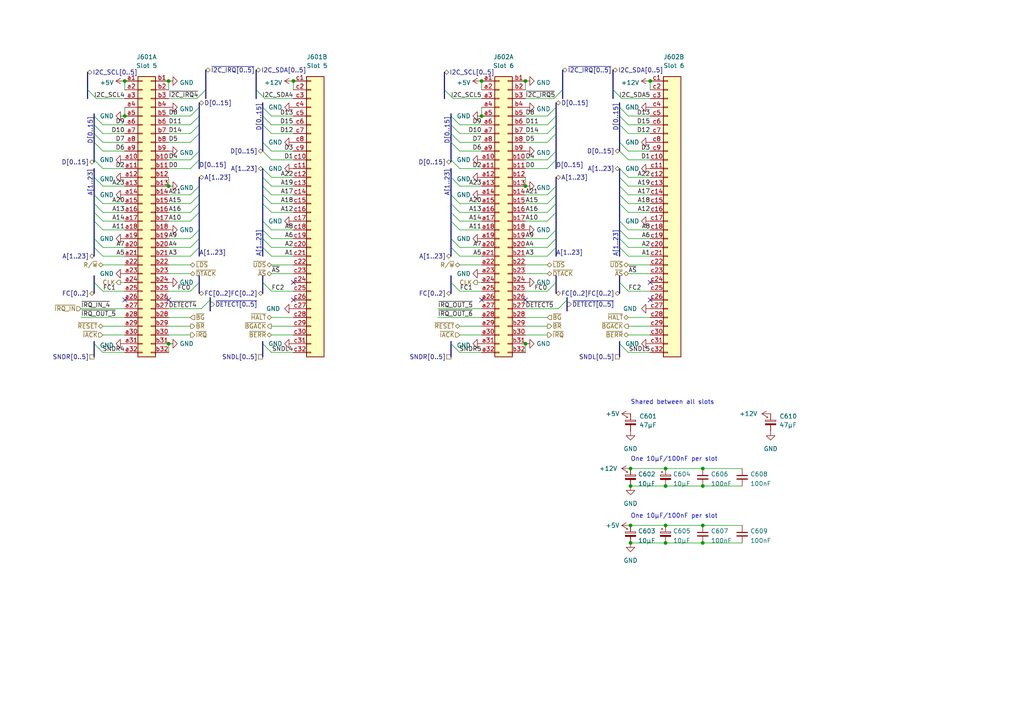
<source format=kicad_sch>
(kicad_sch (version 20211123) (generator eeschema)
  (paper "A4")
  (title_block (title "Backplane") (date "2022-03-01") (rev "2") (company "Tristan Seifert"))
  (lib_symbols
    (symbol "68komputer-common:Conn_03x32_Row_Letter_First" (pin_names (offset 1.016) hide)
      (property "Reference" "J" (at 1.27 40.64 0))
      (property "Value" "Conn_03x32_Row_Letter_First" (at 1.27 -43.18 0))
      (symbol "Conn_03x32_Row_Letter_First_1_1"
        (pin passive line (at -5.08 38.1 0) (length 3.81) (name "Pin_a1") (number "a1"))
        (pin passive line (at -5.08 15.24 0) (length 3.81) (name "Pin_a10") (number "a10"))
        (pin passive line (at -5.08 12.7 0) (length 3.81) (name "Pin_a11") (number "a11"))
        (pin passive line (at -5.08 10.16 0) (length 3.81) (name "Pin_a12") (number "a12"))
        (pin passive line (at -5.08 7.62 0) (length 3.81) (name "Pin_a13") (number "a13"))
        (pin passive line (at -5.08 5.08 0) (length 3.81) (name "Pin_a14") (number "a14"))
        (pin passive line (at -5.08 2.54 0) (length 3.81) (name "Pin_a15") (number "a15"))
        (pin passive line (at -5.08 0 0) (length 3.81) (name "Pin_a16") (number "a16"))
        (pin passive line (at -5.08 -2.54 0) (length 3.81) (name "Pin_a17") (number "a17"))
        (pin passive line (at -5.08 -5.08 0) (length 3.81) (name "Pin_a18") (number "a18"))
        (pin passive line (at -5.08 -7.62 0) (length 3.81) (name "Pin_a19") (number "a19"))
        (pin passive line (at -5.08 35.56 0) (length 3.81) (name "Pin_a2") (number "a2"))
        (pin passive line (at -5.08 -10.16 0) (length 3.81) (name "Pin_a20") (number "a20"))
        (pin passive line (at -5.08 -12.7 0) (length 3.81) (name "Pin_a21") (number "a21"))
        (pin passive line (at -5.08 -15.24 0) (length 3.81) (name "Pin_a22") (number "a22"))
        (pin passive line (at -5.08 -17.78 0) (length 3.81) (name "Pin_a23") (number "a23"))
        (pin passive line (at -5.08 -20.32 0) (length 3.81) (name "Pin_a24") (number "a24"))
        (pin passive line (at -5.08 -22.86 0) (length 3.81) (name "Pin_a25") (number "a25"))
        (pin passive line (at -5.08 -25.4 0) (length 3.81) (name "Pin_a26") (number "a26"))
        (pin passive line (at -5.08 -27.94 0) (length 3.81) (name "Pin_a27") (number "a27"))
        (pin passive line (at -5.08 -30.48 0) (length 3.81) (name "Pin_a28") (number "a28"))
        (pin passive line (at -5.08 -33.02 0) (length 3.81) (name "Pin_a29") (number "a29"))
        (pin passive line (at -5.08 33.02 0) (length 3.81) (name "Pin_a3") (number "a3"))
        (pin passive line (at -5.08 -35.56 0) (length 3.81) (name "Pin_a30") (number "a30"))
        (pin passive line (at -5.08 -38.1 0) (length 3.81) (name "Pin_a31") (number "a31"))
        (pin passive line (at -5.08 -40.64 0) (length 3.81) (name "Pin_a32") (number "a32"))
        (pin passive line (at -5.08 30.48 0) (length 3.81) (name "Pin_a4") (number "a4"))
        (pin passive line (at -5.08 27.94 0) (length 3.81) (name "Pin_a5") (number "a5"))
        (pin passive line (at -5.08 25.4 0) (length 3.81) (name "Pin_a6") (number "a6"))
        (pin passive line (at -5.08 22.86 0) (length 3.81) (name "Pin_a7") (number "a7"))
        (pin passive line (at -5.08 20.32 0) (length 3.81) (name "Pin_a8") (number "a8"))
        (pin passive line (at -5.08 17.78 0) (length 3.81) (name "Pin_a9") (number "a9"))
        (pin passive line (at 7.62 38.1 180) (length 3.81) (name "Pin_b1") (number "b1"))
        (pin passive line (at 7.62 15.24 180) (length 3.81) (name "Pin_b10") (number "b10"))
        (pin passive line (at 7.62 12.7 180) (length 3.81) (name "Pin_b11") (number "b11"))
        (pin passive line (at 7.62 10.16 180) (length 3.81) (name "Pin_b12") (number "b12"))
        (pin passive line (at 7.62 7.62 180) (length 3.81) (name "Pin_b13") (number "b13"))
        (pin passive line (at 7.62 5.08 180) (length 3.81) (name "Pin_b14") (number "b14"))
        (pin passive line (at 7.62 2.54 180) (length 3.81) (name "Pin_b15") (number "b15"))
        (pin passive line (at 7.62 0 180) (length 3.81) (name "Pin_b16") (number "b16"))
        (pin passive line (at 7.62 -2.54 180) (length 3.81) (name "Pin_b17") (number "b17"))
        (pin passive line (at 7.62 -5.08 180) (length 3.81) (name "Pin_b18") (number "b18"))
        (pin passive line (at 7.62 -7.62 180) (length 3.81) (name "Pin_b19") (number "b19"))
        (pin passive line (at 7.62 35.56 180) (length 3.81) (name "Pin_b2") (number "b2"))
        (pin passive line (at 7.62 -10.16 180) (length 3.81) (name "Pin_b20") (number "b20"))
        (pin passive line (at 7.62 -12.7 180) (length 3.81) (name "Pin_b21") (number "b21"))
        (pin passive line (at 7.62 -15.24 180) (length 3.81) (name "Pin_b22") (number "b22"))
        (pin passive line (at 7.62 -17.78 180) (length 3.81) (name "Pin_b23") (number "b23"))
        (pin passive line (at 7.62 -20.32 180) (length 3.81) (name "Pin_b24") (number "b24"))
        (pin passive line (at 7.62 -22.86 180) (length 3.81) (name "Pin_b25") (number "b25"))
        (pin passive line (at 7.62 -25.4 180) (length 3.81) (name "Pin_b26") (number "b26"))
        (pin passive line (at 7.62 -27.94 180) (length 3.81) (name "Pin_b27") (number "b27"))
        (pin passive line (at 7.62 -30.48 180) (length 3.81) (name "Pin_b28") (number "b28"))
        (pin passive line (at 7.62 -33.02 180) (length 3.81) (name "Pin_b29") (number "b29"))
        (pin passive line (at 7.62 33.02 180) (length 3.81) (name "Pin_b3") (number "b3"))
        (pin passive line (at 7.62 -35.56 180) (length 3.81) (name "Pin_b30") (number "b30"))
        (pin passive line (at 7.62 -38.1 180) (length 3.81) (name "Pin_b31") (number "b31"))
        (pin passive line (at 7.62 -40.64 180) (length 3.81) (name "Pin_b32") (number "b32"))
        (pin passive line (at 7.62 30.48 180) (length 3.81) (name "Pin_b4") (number "b4"))
        (pin passive line (at 7.62 27.94 180) (length 3.81) (name "Pin_b5") (number "b5"))
        (pin passive line (at 7.62 25.4 180) (length 3.81) (name "Pin_b6") (number "b6"))
        (pin passive line (at 7.62 22.86 180) (length 3.81) (name "Pin_b7") (number "b7"))
        (pin passive line (at 7.62 20.32 180) (length 3.81) (name "Pin_b8") (number "b8"))
        (pin passive line (at 7.62 17.78 180) (length 3.81) (name "Pin_b9") (number "b9"))
      )
      (symbol "Conn_03x32_Row_Letter_First_2_1"
        (pin passive line (at 7.62 38.1 180) (length 3.81) (name "Pin_c1") (number "c1"))
        (pin passive line (at 7.62 15.24 180) (length 3.81) (name "Pin_c10") (number "c10"))
        (pin passive line (at 7.62 12.7 180) (length 3.81) (name "Pin_c11") (number "c11"))
        (pin passive line (at 7.62 10.16 180) (length 3.81) (name "Pin_c12") (number "c12"))
        (pin passive line (at 7.62 7.62 180) (length 3.81) (name "Pin_c13") (number "c13"))
        (pin passive line (at 7.62 5.08 180) (length 3.81) (name "Pin_c14") (number "c14"))
        (pin passive line (at 7.62 2.54 180) (length 3.81) (name "Pin_c15") (number "c15"))
        (pin passive line (at 7.62 0 180) (length 3.81) (name "Pin_c16") (number "c16"))
        (pin passive line (at 7.62 -2.54 180) (length 3.81) (name "Pin_c17") (number "c17"))
        (pin passive line (at 7.62 -5.08 180) (length 3.81) (name "Pin_c18") (number "c18"))
        (pin passive line (at 7.62 -7.62 180) (length 3.81) (name "Pin_c19") (number "c19"))
        (pin passive line (at 7.62 35.56 180) (length 3.81) (name "Pin_c2") (number "c2"))
        (pin passive line (at 7.62 -10.16 180) (length 3.81) (name "Pin_c20") (number "c20"))
        (pin passive line (at 7.62 -12.7 180) (length 3.81) (name "Pin_c21") (number "c21"))
        (pin passive line (at 7.62 -15.24 180) (length 3.81) (name "Pin_c22") (number "c22"))
        (pin passive line (at 7.62 -17.78 180) (length 3.81) (name "Pin_c23") (number "c23"))
        (pin passive line (at 7.62 -20.32 180) (length 3.81) (name "Pin_c24") (number "c24"))
        (pin passive line (at 7.62 -22.86 180) (length 3.81) (name "Pin_c25") (number "c25"))
        (pin passive line (at 7.62 -25.4 180) (length 3.81) (name "Pin_c26") (number "c26"))
        (pin passive line (at 7.62 -27.94 180) (length 3.81) (name "Pin_c27") (number "c27"))
        (pin passive line (at 7.62 -30.48 180) (length 3.81) (name "Pin_c28") (number "c28"))
        (pin passive line (at 7.62 -33.02 180) (length 3.81) (name "Pin_c29") (number "c29"))
        (pin passive line (at 7.62 33.02 180) (length 3.81) (name "Pin_c3") (number "c3"))
        (pin passive line (at 7.62 -35.56 180) (length 3.81) (name "Pin_c30") (number "c30"))
        (pin passive line (at 7.62 -38.1 180) (length 3.81) (name "Pin_c31") (number "c31"))
        (pin passive line (at 7.62 -40.64 180) (length 3.81) (name "Pin_c32") (number "c32"))
        (pin passive line (at 7.62 30.48 180) (length 3.81) (name "Pin_c4") (number "c4"))
        (pin passive line (at 7.62 27.94 180) (length 3.81) (name "Pin_c5") (number "c5"))
        (pin passive line (at 7.62 25.4 180) (length 3.81) (name "Pin_c6") (number "c6"))
        (pin passive line (at 7.62 22.86 180) (length 3.81) (name "Pin_c7") (number "c7"))
        (pin passive line (at 7.62 20.32 180) (length 3.81) (name "Pin_c8") (number "c8"))
        (pin passive line (at 7.62 17.78 180) (length 3.81) (name "Pin_c9") (number "c9"))
      )
    )
    (symbol "Device:C_Polarized_Small" (pin_numbers hide) (pin_names (offset 0.254) hide)
      (property "Reference" "C" (at 0.254 1.778 0))
      (property "Value" "C_Polarized_Small" (at 0.254 -2.032 0))
      (symbol "C_Polarized_Small_1_1"
        (pin passive line (at 0 2.54 270) (length 1.8542) (name "~") (number "1"))
        (pin passive line (at 0 -2.54 90) (length 1.8542) (name "~") (number "2"))
      )
    )
    (symbol "Device:C_Small" (pin_numbers hide) (pin_names (offset 0.254) hide)
      (property "Reference" "C" (at 0.254 1.778 0))
      (property "Value" "C_Small" (at 0.254 -2.032 0))
      (symbol "C_Small_1_1"
        (pin passive line (at 0 2.54 270) (length 2.032) (name "~") (number "1"))
        (pin passive line (at 0 -2.54 90) (length 2.032) (name "~") (number "2"))
      )
    )
    (symbol "power:+12V" (power) (pin_names (offset 0))
      (property "Value" "+12V" (at 0 3.556 0))
      (symbol "+12V_1_1"
        (pin power_in line (at 0 0 90) (length 0) hide (name "+12V") (number "1"))
      )
    )
    (symbol "power:+5V" (power) (pin_names (offset 0))
      (property "Value" "+5V" (at 0 3.556 0))
      (symbol "+5V_1_1"
        (pin power_in line (at 0 0 90) (length 0) hide (name "+5V") (number "1"))
      )
    )
    (symbol "power:GND" (power) (pin_names (offset 0))
      (property "Value" "GND" (at 0 -3.81 0))
      (symbol "GND_1_1"
        (pin power_in line (at 0 0 270) (length 0) hide (name "GND") (number "1"))
      )
    )
  )
  (junction (at 152.4 23.495))
  (junction (at 193.04 140.97))
  (junction (at 182.88 157.48))
  (junction (at 152.4 53.975))
  (junction (at 48.895 53.975))
  (junction (at 36.195 33.655))
  (junction (at 48.895 99.695))
  (junction (at 193.04 135.89))
  (junction (at 203.835 135.89))
  (junction (at 36.195 23.495))
  (junction (at 139.7 33.655))
  (junction (at 193.04 152.4))
  (junction (at 152.4 99.695))
  (junction (at 85.09 23.495))
  (junction (at 182.88 152.4))
  (junction (at 203.835 157.48))
  (junction (at 203.835 152.4))
  (junction (at 48.895 23.495))
  (junction (at 193.04 157.48))
  (junction (at 188.595 23.495))
  (junction (at 139.7 23.495))
  (junction (at 182.88 135.89))
  (junction (at 203.835 140.97))
  (junction (at 182.88 140.97))
  (no_connect (at 188.595 81.915))
  (no_connect (at 48.895 86.995))
  (no_connect (at 188.595 86.995))
  (no_connect (at 85.09 86.995))
  (no_connect (at 139.7 86.995))
  (no_connect (at 36.195 86.995))
  (no_connect (at 85.09 81.915))
  (no_connect (at 152.4 86.995))
  (bus_entry (at 76.2 36.195) (size 2.54 2.54))
  (bus_entry (at 76.2 66.675) (size 2.54 2.54))
  (bus_entry (at 55.245 56.515) (size 2.54 -2.54))
  (bus_entry (at 27.305 71.755) (size 2.54 2.54))
  (bus_entry (at 163.195 26.035) (size -2.54 2.54))
  (bus_entry (at 179.705 99.695) (size 2.54 2.54))
  (bus_entry (at 27.305 33.655) (size 2.54 2.54))
  (bus_entry (at 179.705 36.195) (size 2.54 2.54))
  (bus_entry (at 179.705 71.755) (size 2.54 2.54))
  (bus_entry (at 76.2 99.695) (size 2.54 2.54))
  (bus_entry (at 158.75 33.655) (size 2.54 -2.54))
  (bus_entry (at 158.75 41.275) (size 2.54 -2.54))
  (bus_entry (at 74.295 26.035) (size 2.54 2.54))
  (bus_entry (at 179.705 81.915) (size 2.54 2.54))
  (bus_entry (at 76.2 71.755) (size 2.54 2.54))
  (bus_entry (at 27.305 46.355) (size 2.54 2.54))
  (bus_entry (at 179.705 69.215) (size 2.54 2.54))
  (bus_entry (at 27.305 59.055) (size 2.54 2.54))
  (bus_entry (at 55.245 36.195) (size 2.54 -2.54))
  (bus_entry (at 179.705 31.115) (size 2.54 2.54))
  (bus_entry (at 179.705 43.815) (size 2.54 2.54))
  (bus_entry (at 76.2 53.975) (size 2.54 2.54))
  (bus_entry (at 76.2 51.435) (size 2.54 2.54))
  (bus_entry (at 76.2 56.515) (size 2.54 2.54))
  (bus_entry (at 59.69 26.035) (size -2.54 2.54))
  (bus_entry (at 27.305 64.135) (size 2.54 2.54))
  (bus_entry (at 158.75 56.515) (size 2.54 -2.54))
  (bus_entry (at 130.81 38.735) (size 2.54 2.54))
  (bus_entry (at 25.4 26.035) (size 2.54 2.54))
  (bus_entry (at 55.245 71.755) (size 2.54 -2.54))
  (bus_entry (at 177.8 26.035) (size 2.54 2.54))
  (bus_entry (at 27.305 36.195) (size 2.54 2.54))
  (bus_entry (at 130.81 36.195) (size 2.54 2.54))
  (bus_entry (at 55.245 64.135) (size 2.54 -2.54))
  (bus_entry (at 27.305 51.435) (size 2.54 2.54))
  (bus_entry (at 158.75 64.135) (size 2.54 -2.54))
  (bus_entry (at 76.2 43.815) (size 2.54 2.54))
  (bus_entry (at 158.75 38.735) (size 2.54 -2.54))
  (bus_entry (at 130.81 41.275) (size 2.54 2.54))
  (bus_entry (at 130.81 71.755) (size 2.54 2.54))
  (bus_entry (at 179.705 56.515) (size 2.54 2.54))
  (bus_entry (at 27.305 38.735) (size 2.54 2.54))
  (bus_entry (at 130.81 59.055) (size 2.54 2.54))
  (bus_entry (at 161.29 81.915) (size -2.54 2.54))
  (bus_entry (at 130.81 61.595) (size 2.54 2.54))
  (bus_entry (at 158.75 36.195) (size 2.54 -2.54))
  (bus_entry (at 55.245 59.055) (size 2.54 -2.54))
  (bus_entry (at 27.305 56.515) (size 2.54 2.54))
  (bus_entry (at 55.245 69.215) (size 2.54 -2.54))
  (bus_entry (at 179.705 59.055) (size 2.54 2.54))
  (bus_entry (at 130.81 51.435) (size 2.54 2.54))
  (bus_entry (at 55.245 33.655) (size 2.54 -2.54))
  (bus_entry (at 179.705 48.895) (size 2.54 2.54))
  (bus_entry (at 27.305 99.695) (size 2.54 2.54))
  (bus_entry (at 179.705 41.275) (size 2.54 2.54))
  (bus_entry (at 76.2 41.275) (size 2.54 2.54))
  (bus_entry (at 27.305 61.595) (size 2.54 2.54))
  (bus_entry (at 76.2 59.055) (size 2.54 2.54))
  (bus_entry (at 76.2 33.655) (size 2.54 2.54))
  (bus_entry (at 76.2 69.215) (size 2.54 2.54))
  (bus_entry (at 130.81 33.655) (size 2.54 2.54))
  (bus_entry (at 55.245 61.595) (size 2.54 -2.54))
  (bus_entry (at 55.245 38.735) (size 2.54 -2.54))
  (bus_entry (at 179.705 64.135) (size 2.54 2.54))
  (bus_entry (at 27.305 41.275) (size 2.54 2.54))
  (bus_entry (at 130.81 69.215) (size 2.54 2.54))
  (bus_entry (at 27.305 69.215) (size 2.54 2.54))
  (bus_entry (at 76.2 64.135) (size 2.54 2.54))
  (bus_entry (at 158.75 46.355) (size 2.54 -2.54))
  (bus_entry (at 55.245 48.895) (size 2.54 -2.54))
  (bus_entry (at 57.785 81.915) (size -2.54 2.54))
  (bus_entry (at 179.705 51.435) (size 2.54 2.54))
  (bus_entry (at 27.305 81.915) (size 2.54 2.54))
  (bus_entry (at 158.75 61.595) (size 2.54 -2.54))
  (bus_entry (at 55.245 41.275) (size 2.54 -2.54))
  (bus_entry (at 130.81 46.355) (size 2.54 2.54))
  (bus_entry (at 130.81 99.695) (size 2.54 2.54))
  (bus_entry (at 164.465 86.995) (size -2.54 2.54))
  (bus_entry (at 60.96 86.995) (size -2.54 2.54))
  (bus_entry (at 130.81 81.915) (size 2.54 2.54))
  (bus_entry (at 76.2 48.895) (size 2.54 2.54))
  (bus_entry (at 76.2 81.915) (size 2.54 2.54))
  (bus_entry (at 158.75 74.295) (size 2.54 -2.54))
  (bus_entry (at 128.905 26.035) (size 2.54 2.54))
  (bus_entry (at 179.705 53.975) (size 2.54 2.54))
  (bus_entry (at 55.245 46.355) (size 2.54 -2.54))
  (bus_entry (at 55.245 74.295) (size 2.54 -2.54))
  (bus_entry (at 130.81 64.135) (size 2.54 2.54))
  (bus_entry (at 130.81 56.515) (size 2.54 2.54))
  (bus_entry (at 76.2 31.115) (size 2.54 2.54))
  (bus_entry (at 158.75 48.895) (size 2.54 -2.54))
  (bus_entry (at 158.75 59.055) (size 2.54 -2.54))
  (bus_entry (at 158.75 71.755) (size 2.54 -2.54))
  (bus_entry (at 179.705 66.675) (size 2.54 2.54))
  (bus_entry (at 158.75 69.215) (size 2.54 -2.54))
  (bus_entry (at 179.705 33.655) (size 2.54 2.54))
  (bus (pts (xy 76.2 59.055) (xy 76.2 64.135)))
  (wire (pts (xy 152.4 71.755) (xy 158.75 71.755)))
  (bus (pts (xy 76.2 99.695) (xy 76.2 103.505)))
  (wire (pts (xy 203.835 140.97) (xy 215.265 140.97)))
  (wire (pts (xy 152.4 41.275) (xy 158.75 41.275)))
  (bus (pts (xy 76.2 48.895) (xy 76.2 51.435)))
  (bus (pts (xy 179.705 33.655) (xy 179.705 36.195)))
  (wire (pts (xy 139.7 94.615) (xy 133.35 94.615)))
  (wire (pts (xy 48.895 48.895) (xy 55.245 48.895)))
  (wire (pts (xy 152.4 74.295) (xy 158.75 74.295)))
  (bus (pts (xy 130.81 59.055) (xy 130.81 61.595)))
  (bus (pts (xy 130.81 41.275) (xy 130.81 46.355)))
  (wire (pts (xy 182.245 71.755) (xy 188.595 71.755)))
  (wire (pts (xy 139.7 31.115) (xy 139.7 33.655)))
  (bus (pts (xy 76.2 56.515) (xy 76.2 59.055)))
  (wire (pts (xy 152.4 99.695) (xy 152.4 102.235)))
  (bus (pts (xy 57.785 53.975) (xy 57.785 56.515)))
  (bus (pts (xy 76.2 29.845) (xy 76.2 31.115)))
  (wire (pts (xy 34.925 81.915) (xy 36.195 81.915)))
  (wire (pts (xy 203.835 152.4) (xy 215.265 152.4)))
  (bus (pts (xy 179.705 56.515) (xy 179.705 59.055)))
  (bus (pts (xy 27.305 69.215) (xy 27.305 71.755)))
  (wire (pts (xy 182.245 38.735) (xy 188.595 38.735)))
  (bus (pts (xy 179.705 71.755) (xy 179.705 74.295)))
  (bus (pts (xy 76.2 80.01) (xy 76.2 81.915)))
  (bus (pts (xy 76.2 53.975) (xy 76.2 56.515)))
  (bus (pts (xy 59.69 20.32) (xy 59.69 26.035)))
  (wire (pts (xy 55.245 94.615) (xy 48.895 94.615)))
  (bus (pts (xy 27.305 38.735) (xy 27.305 41.275)))
  (wire (pts (xy 182.245 33.655) (xy 188.595 33.655)))
  (bus (pts (xy 76.2 66.675) (xy 76.2 69.215)))
  (wire (pts (xy 182.88 135.89) (xy 193.04 135.89)))
  (wire (pts (xy 48.895 46.355) (xy 55.245 46.355)))
  (bus (pts (xy 27.305 46.355) (xy 27.305 46.99)))
  (wire (pts (xy 78.74 102.235) (xy 85.09 102.235)))
  (wire (pts (xy 158.75 76.835) (xy 152.4 76.835)))
  (wire (pts (xy 29.845 66.675) (xy 36.195 66.675)))
  (wire (pts (xy 78.74 56.515) (xy 85.09 56.515)))
  (bus (pts (xy 57.785 80.01) (xy 57.785 81.915)))
  (bus (pts (xy 130.81 61.595) (xy 130.81 64.135)))
  (bus (pts (xy 57.785 66.675) (xy 57.785 69.215)))
  (bus (pts (xy 128.905 26.035) (xy 128.905 28.575)))
  (wire (pts (xy 48.895 74.295) (xy 55.245 74.295)))
  (bus (pts (xy 57.785 36.195) (xy 57.785 38.735)))
  (wire (pts (xy 78.74 36.195) (xy 85.09 36.195)))
  (wire (pts (xy 55.245 76.835) (xy 48.895 76.835)))
  (bus (pts (xy 179.705 48.895) (xy 179.705 51.435)))
  (wire (pts (xy 182.245 76.835) (xy 188.595 76.835)))
  (wire (pts (xy 133.35 38.735) (xy 139.7 38.735)))
  (wire (pts (xy 29.845 64.135) (xy 36.195 64.135)))
  (wire (pts (xy 58.42 89.535) (xy 48.895 89.535)))
  (bus (pts (xy 74.295 26.035) (xy 74.295 28.575)))
  (wire (pts (xy 29.845 76.835) (xy 36.195 76.835)))
  (bus (pts (xy 179.705 53.975) (xy 179.705 56.515)))
  (bus (pts (xy 161.29 66.675) (xy 161.29 69.215)))
  (wire (pts (xy 76.835 28.575) (xy 85.09 28.575)))
  (bus (pts (xy 177.8 20.32) (xy 177.8 26.035)))
  (wire (pts (xy 182.245 94.615) (xy 188.595 94.615)))
  (wire (pts (xy 182.245 102.235) (xy 188.595 102.235)))
  (wire (pts (xy 78.74 33.655) (xy 85.09 33.655)))
  (bus (pts (xy 130.81 33.02) (xy 130.81 33.655)))
  (wire (pts (xy 48.895 59.055) (xy 55.245 59.055)))
  (wire (pts (xy 29.845 102.235) (xy 36.195 102.235)))
  (wire (pts (xy 182.245 46.355) (xy 188.595 46.355)))
  (wire (pts (xy 78.74 84.455) (xy 85.09 84.455)))
  (bus (pts (xy 27.305 51.435) (xy 27.305 56.515)))
  (bus (pts (xy 130.81 33.655) (xy 130.81 36.195)))
  (bus (pts (xy 25.4 20.955) (xy 25.4 26.035)))
  (wire (pts (xy 78.74 76.835) (xy 85.09 76.835)))
  (wire (pts (xy 152.4 56.515) (xy 158.75 56.515)))
  (wire (pts (xy 161.925 89.535) (xy 152.4 89.535)))
  (wire (pts (xy 36.195 31.115) (xy 36.195 33.655)))
  (bus (pts (xy 60.96 86.36) (xy 60.96 86.995)))
  (bus (pts (xy 27.305 61.595) (xy 27.305 64.135)))
  (bus (pts (xy 27.305 48.895) (xy 27.305 51.435)))
  (bus (pts (xy 179.705 51.435) (xy 179.705 53.975)))
  (bus (pts (xy 57.785 81.915) (xy 57.785 85.09)))
  (bus (pts (xy 161.29 31.115) (xy 161.29 33.655)))
  (wire (pts (xy 203.835 157.48) (xy 215.265 157.48)))
  (wire (pts (xy 48.895 71.755) (xy 55.245 71.755)))
  (wire (pts (xy 193.04 152.4) (xy 203.835 152.4)))
  (bus (pts (xy 161.29 29.845) (xy 161.29 31.115)))
  (wire (pts (xy 133.35 74.295) (xy 139.7 74.295)))
  (wire (pts (xy 78.74 46.355) (xy 85.09 46.355)))
  (bus (pts (xy 76.2 31.115) (xy 76.2 33.655)))
  (wire (pts (xy 152.4 33.655) (xy 158.75 33.655)))
  (bus (pts (xy 57.785 61.595) (xy 57.785 66.675)))
  (wire (pts (xy 127 89.535) (xy 139.7 89.535)))
  (wire (pts (xy 78.74 43.815) (xy 85.09 43.815)))
  (wire (pts (xy 29.845 38.735) (xy 36.195 38.735)))
  (wire (pts (xy 188.595 92.075) (xy 182.245 92.075)))
  (wire (pts (xy 182.88 152.4) (xy 193.04 152.4)))
  (wire (pts (xy 182.245 43.815) (xy 188.595 43.815)))
  (wire (pts (xy 139.7 23.495) (xy 139.7 26.035)))
  (bus (pts (xy 179.705 99.695) (xy 179.705 103.505)))
  (bus (pts (xy 164.465 86.36) (xy 164.465 86.995)))
  (wire (pts (xy 152.4 28.575) (xy 160.655 28.575)))
  (wire (pts (xy 152.4 46.355) (xy 158.75 46.355)))
  (wire (pts (xy 152.4 69.215) (xy 158.75 69.215)))
  (wire (pts (xy 133.35 53.975) (xy 139.7 53.975)))
  (wire (pts (xy 193.04 135.89) (xy 203.835 135.89)))
  (bus (pts (xy 130.81 36.195) (xy 130.81 38.735)))
  (bus (pts (xy 161.29 51.435) (xy 161.29 53.975)))
  (bus (pts (xy 161.29 61.595) (xy 161.29 66.675)))
  (wire (pts (xy 152.4 84.455) (xy 158.75 84.455)))
  (wire (pts (xy 182.245 66.675) (xy 188.595 66.675)))
  (bus (pts (xy 76.2 51.435) (xy 76.2 53.975)))
  (wire (pts (xy 78.74 53.975) (xy 85.09 53.975)))
  (wire (pts (xy 152.4 64.135) (xy 158.75 64.135)))
  (wire (pts (xy 48.895 41.275) (xy 55.245 41.275)))
  (wire (pts (xy 182.245 84.455) (xy 188.595 84.455)))
  (wire (pts (xy 152.4 48.895) (xy 158.75 48.895)))
  (bus (pts (xy 76.2 36.195) (xy 76.2 41.275)))
  (wire (pts (xy 55.245 97.155) (xy 48.895 97.155)))
  (bus (pts (xy 130.81 80.01) (xy 130.81 81.915)))
  (bus (pts (xy 57.785 46.355) (xy 57.785 48.895)))
  (wire (pts (xy 29.845 74.295) (xy 36.195 74.295)))
  (wire (pts (xy 133.35 102.235) (xy 139.7 102.235)))
  (wire (pts (xy 182.245 61.595) (xy 188.595 61.595)))
  (wire (pts (xy 133.35 36.195) (xy 139.7 36.195)))
  (wire (pts (xy 29.845 84.455) (xy 36.195 84.455)))
  (wire (pts (xy 29.845 71.755) (xy 36.195 71.755)))
  (bus (pts (xy 179.705 66.675) (xy 179.705 69.215)))
  (bus (pts (xy 179.705 99.06) (xy 179.705 99.695)))
  (bus (pts (xy 27.305 99.06) (xy 27.305 99.695)))
  (wire (pts (xy 78.74 59.055) (xy 85.09 59.055)))
  (bus (pts (xy 74.295 20.32) (xy 74.295 26.035)))
  (bus (pts (xy 161.29 46.355) (xy 161.29 48.895)))
  (bus (pts (xy 27.305 56.515) (xy 27.305 59.055)))
  (wire (pts (xy 78.74 74.295) (xy 85.09 74.295)))
  (wire (pts (xy 78.74 38.735) (xy 85.09 38.735)))
  (wire (pts (xy 182.245 51.435) (xy 188.595 51.435)))
  (bus (pts (xy 130.81 81.915) (xy 130.81 85.09)))
  (wire (pts (xy 133.35 76.835) (xy 139.7 76.835)))
  (bus (pts (xy 130.81 48.895) (xy 130.81 51.435)))
  (wire (pts (xy 78.74 51.435) (xy 85.09 51.435)))
  (bus (pts (xy 179.705 81.915) (xy 179.705 85.09)))
  (bus (pts (xy 130.81 99.695) (xy 130.81 103.505)))
  (wire (pts (xy 27.94 28.575) (xy 36.195 28.575)))
  (wire (pts (xy 182.245 59.055) (xy 188.595 59.055)))
  (bus (pts (xy 59.69 26.035) (xy 59.69 28.575)))
  (wire (pts (xy 48.895 23.495) (xy 48.895 26.035)))
  (wire (pts (xy 48.895 28.575) (xy 57.15 28.575)))
  (bus (pts (xy 161.29 33.655) (xy 161.29 36.195)))
  (bus (pts (xy 161.29 69.215) (xy 161.29 71.755)))
  (bus (pts (xy 130.81 38.735) (xy 130.81 41.275)))
  (wire (pts (xy 133.35 84.455) (xy 139.7 84.455)))
  (wire (pts (xy 133.35 97.155) (xy 139.7 97.155)))
  (bus (pts (xy 179.705 41.275) (xy 179.705 43.815)))
  (wire (pts (xy 180.34 28.575) (xy 188.595 28.575)))
  (bus (pts (xy 179.705 64.135) (xy 179.705 66.675)))
  (bus (pts (xy 76.2 33.655) (xy 76.2 36.195)))
  (bus (pts (xy 128.905 20.955) (xy 128.905 26.035)))
  (wire (pts (xy 203.835 135.89) (xy 215.265 135.89)))
  (wire (pts (xy 182.245 69.215) (xy 188.595 69.215)))
  (bus (pts (xy 177.8 26.035) (xy 177.8 28.575)))
  (bus (pts (xy 25.4 26.035) (xy 25.4 28.575)))
  (bus (pts (xy 27.305 36.195) (xy 27.305 38.735)))
  (wire (pts (xy 78.74 61.595) (xy 85.09 61.595)))
  (wire (pts (xy 193.04 140.97) (xy 203.835 140.97)))
  (wire (pts (xy 29.845 48.895) (xy 36.195 48.895)))
  (wire (pts (xy 133.35 71.755) (xy 139.7 71.755)))
  (bus (pts (xy 161.29 71.755) (xy 161.29 74.295)))
  (bus (pts (xy 161.29 59.055) (xy 161.29 61.595)))
  (wire (pts (xy 152.4 23.495) (xy 152.4 26.035)))
  (bus (pts (xy 76.2 99.06) (xy 76.2 99.695)))
  (wire (pts (xy 158.75 94.615) (xy 152.4 94.615)))
  (wire (pts (xy 29.845 61.595) (xy 36.195 61.595)))
  (wire (pts (xy 182.245 79.375) (xy 188.595 79.375)))
  (bus (pts (xy 161.29 81.915) (xy 161.29 85.09)))
  (bus (pts (xy 57.785 59.055) (xy 57.785 61.595)))
  (wire (pts (xy 182.245 56.515) (xy 188.595 56.515)))
  (wire (pts (xy 29.845 97.155) (xy 36.195 97.155)))
  (bus (pts (xy 130.81 71.755) (xy 130.81 74.295)))
  (wire (pts (xy 48.895 36.195) (xy 55.245 36.195)))
  (wire (pts (xy 48.895 64.135) (xy 55.245 64.135)))
  (bus (pts (xy 161.29 43.815) (xy 161.29 46.355)))
  (wire (pts (xy 29.845 53.975) (xy 36.195 53.975)))
  (wire (pts (xy 182.88 140.97) (xy 193.04 140.97)))
  (wire (pts (xy 152.4 38.735) (xy 158.75 38.735)))
  (wire (pts (xy 48.895 61.595) (xy 55.245 61.595)))
  (wire (pts (xy 78.74 71.755) (xy 85.09 71.755)))
  (bus (pts (xy 179.705 69.215) (xy 179.705 71.755)))
  (bus (pts (xy 179.705 80.01) (xy 179.705 81.915)))
  (bus (pts (xy 27.305 33.02) (xy 27.305 33.655)))
  (wire (pts (xy 48.895 69.215) (xy 55.245 69.215)))
  (wire (pts (xy 133.35 61.595) (xy 139.7 61.595)))
  (bus (pts (xy 179.705 36.195) (xy 179.705 41.275)))
  (bus (pts (xy 161.29 53.975) (xy 161.29 56.515)))
  (bus (pts (xy 130.81 69.215) (xy 130.81 71.755)))
  (wire (pts (xy 152.4 59.055) (xy 158.75 59.055)))
  (bus (pts (xy 27.305 71.755) (xy 27.305 74.295)))
  (bus (pts (xy 27.305 81.915) (xy 27.305 85.09)))
  (bus (pts (xy 76.2 71.755) (xy 76.2 74.295)))
  (bus (pts (xy 60.96 86.995) (xy 60.96 90.17)))
  (wire (pts (xy 152.4 51.435) (xy 152.4 53.975)))
  (wire (pts (xy 29.845 43.815) (xy 36.195 43.815)))
  (wire (pts (xy 78.74 66.675) (xy 85.09 66.675)))
  (wire (pts (xy 138.43 81.915) (xy 139.7 81.915)))
  (wire (pts (xy 182.245 53.975) (xy 188.595 53.975)))
  (wire (pts (xy 182.245 74.295) (xy 188.595 74.295)))
  (wire (pts (xy 182.88 157.48) (xy 193.04 157.48)))
  (wire (pts (xy 23.495 92.075) (xy 36.195 92.075)))
  (wire (pts (xy 29.845 36.195) (xy 36.195 36.195)))
  (bus (pts (xy 76.2 64.135) (xy 76.2 66.675)))
  (bus (pts (xy 57.785 71.755) (xy 57.785 74.295)))
  (wire (pts (xy 182.245 36.195) (xy 188.595 36.195)))
  (bus (pts (xy 179.705 29.845) (xy 179.705 31.115)))
  (wire (pts (xy 48.895 33.655) (xy 55.245 33.655)))
  (wire (pts (xy 152.4 36.195) (xy 158.75 36.195)))
  (wire (pts (xy 78.74 69.215) (xy 85.09 69.215)))
  (bus (pts (xy 57.785 31.115) (xy 57.785 33.655)))
  (wire (pts (xy 133.35 64.135) (xy 139.7 64.135)))
  (bus (pts (xy 161.29 80.01) (xy 161.29 81.915)))
  (bus (pts (xy 130.81 56.515) (xy 130.81 59.055)))
  (bus (pts (xy 164.465 86.995) (xy 164.465 90.17)))
  (wire (pts (xy 48.895 56.515) (xy 55.245 56.515)))
  (bus (pts (xy 161.29 38.735) (xy 161.29 43.815)))
  (wire (pts (xy 152.4 92.075) (xy 158.75 92.075)))
  (wire (pts (xy 127 92.075) (xy 139.7 92.075)))
  (wire (pts (xy 133.35 48.895) (xy 139.7 48.895)))
  (bus (pts (xy 27.305 41.275) (xy 27.305 46.355)))
  (bus (pts (xy 76.2 69.215) (xy 76.2 71.755)))
  (wire (pts (xy 48.895 51.435) (xy 48.895 53.975)))
  (bus (pts (xy 161.29 36.195) (xy 161.29 38.735)))
  (wire (pts (xy 193.04 157.48) (xy 203.835 157.48)))
  (bus (pts (xy 76.2 41.275) (xy 76.2 43.815)))
  (bus (pts (xy 76.2 81.915) (xy 76.2 85.09)))
  (bus (pts (xy 57.785 56.515) (xy 57.785 59.055)))
  (wire (pts (xy 23.495 89.535) (xy 36.195 89.535)))
  (bus (pts (xy 57.785 38.735) (xy 57.785 43.815)))
  (bus (pts (xy 161.29 56.515) (xy 161.29 59.055)))
  (bus (pts (xy 27.305 59.055) (xy 27.305 61.595)))
  (wire (pts (xy 158.75 79.375) (xy 152.4 79.375)))
  (wire (pts (xy 36.195 23.495) (xy 36.195 26.035)))
  (wire (pts (xy 133.35 43.815) (xy 139.7 43.815)))
  (bus (pts (xy 179.705 59.055) (xy 179.705 64.135)))
  (wire (pts (xy 133.35 41.275) (xy 139.7 41.275)))
  (bus (pts (xy 27.305 64.135) (xy 27.305 69.215)))
  (bus (pts (xy 57.785 29.845) (xy 57.785 31.115)))
  (bus (pts (xy 163.195 20.32) (xy 163.195 26.035)))
  (bus (pts (xy 57.785 69.215) (xy 57.785 71.755)))
  (wire (pts (xy 85.09 97.155) (xy 78.74 97.155)))
  (wire (pts (xy 48.895 92.075) (xy 55.245 92.075)))
  (bus (pts (xy 57.785 43.815) (xy 57.785 46.355)))
  (wire (pts (xy 78.74 79.375) (xy 85.09 79.375)))
  (wire (pts (xy 133.35 66.675) (xy 139.7 66.675)))
  (bus (pts (xy 27.305 99.695) (xy 27.305 103.505)))
  (wire (pts (xy 158.75 97.155) (xy 152.4 97.155)))
  (wire (pts (xy 48.895 84.455) (xy 55.245 84.455)))
  (bus (pts (xy 130.81 64.135) (xy 130.81 69.215)))
  (wire (pts (xy 85.09 23.495) (xy 85.09 26.035)))
  (wire (pts (xy 133.35 59.055) (xy 139.7 59.055)))
  (wire (pts (xy 85.09 92.075) (xy 78.74 92.075)))
  (wire (pts (xy 55.245 79.375) (xy 48.895 79.375)))
  (wire (pts (xy 152.4 61.595) (xy 158.75 61.595)))
  (bus (pts (xy 130.81 99.06) (xy 130.81 99.695)))
  (wire (pts (xy 36.195 94.615) (xy 29.845 94.615)))
  (wire (pts (xy 48.895 99.695) (xy 48.895 102.235)))
  (wire (pts (xy 131.445 28.575) (xy 139.7 28.575)))
  (wire (pts (xy 78.74 94.615) (xy 85.09 94.615)))
  (bus (pts (xy 57.785 51.435) (xy 57.785 53.975)))
  (wire (pts (xy 188.595 97.155) (xy 182.245 97.155)))
  (bus (pts (xy 27.305 33.655) (xy 27.305 36.195)))
  (bus (pts (xy 130.81 46.355) (xy 130.81 46.99)))
  (bus (pts (xy 163.195 26.035) (xy 163.195 28.575)))
  (wire (pts (xy 29.845 41.275) (xy 36.195 41.275)))
  (wire (pts (xy 48.895 38.735) (xy 55.245 38.735)))
  (bus (pts (xy 179.705 31.115) (xy 179.705 33.655)))
  (bus (pts (xy 57.785 33.655) (xy 57.785 36.195)))
  (wire (pts (xy 188.595 23.495) (xy 188.595 26.035)))
  (bus (pts (xy 27.305 80.01) (xy 27.305 81.915)))
  (bus (pts (xy 130.81 51.435) (xy 130.81 56.515)))
  (wire (pts (xy 29.845 59.055) (xy 36.195 59.055)))
  (text "Shared between all slots" (at 182.88 117.475 0) (effects (font (size 1.27 1.27)) (justify left bottom)))
  (text "One 10µF/100nF per slot" (at 182.88 150.495 0) (effects (font (size 1.27 1.27)) (justify left bottom)))
  (text "One 10µF/100nF per slot" (at 182.88 133.985 0) (effects (font (size 1.27 1.27)) (justify left bottom)))
  (label "~{DETECT4}" (at 48.895 89.535 0))
  (label "D7" (at 36.195 41.275 180))
  (label "FC1" (at 133.35 84.455 0))
  (label "A16" (at 48.895 61.595 0))
  (label "SNDL5" (at 188.595 102.235 180))
  (label "D0" (at 152.4 48.895 0))
  (label "A10" (at 48.895 64.135 0))
  (label "A22" (at 188.595 51.435 180))
  (label "A4" (at 48.895 71.755 0))
  (label "A14" (at 36.195 64.135 180))
  (label "D14" (at 152.4 38.735 0))
  (label "D8" (at 152.4 33.655 0))
  (label "D13" (at 188.595 33.655 180))
  (label "I2C_SCL5" (at 139.7 28.575 180))
  (label "~{AS}" (at 182.245 79.375 0))
  (label "D4" (at 48.895 46.355 0))
  (label "A18" (at 85.09 59.055 180))
  (label "D15" (at 85.09 36.195 180))
  (label "D12" (at 85.09 38.735 180))
  (label "FC2" (at 182.245 84.455 0))
  (label "A[1..23]" (at 161.29 74.295 0))
  (label "D1" (at 85.09 46.355 180))
  (label "FC1" (at 29.845 84.455 0))
  (label "D6" (at 139.7 43.815 180))
  (label "D5" (at 152.4 41.275 0))
  (label "FC0" (at 55.245 84.455 180))
  (label "A22" (at 85.09 51.435 180))
  (label "A[1..23]" (at 76.2 74.295 90))
  (label "D9" (at 36.195 36.195 180))
  (label "A[1..23]" (at 179.705 74.295 90))
  (label "A23" (at 36.195 53.975 180))
  (label "~{IRQ_OUT_6}" (at 127 92.075 0))
  (label "A23" (at 139.7 53.975 180))
  (label "D2" (at 139.7 48.895 180))
  (label "~{I2C_IRQ4}" (at 48.895 28.575 0))
  (label "A18" (at 188.595 59.055 180))
  (label "A14" (at 139.7 64.135 180))
  (label "A5" (at 139.7 74.295 180))
  (label "~{IRQ_OUT_5}" (at 23.495 92.075 0))
  (label "~{I2C_IRQ5}" (at 152.4 28.575 0))
  (label "A4" (at 152.4 71.755 0))
  (label "A17" (at 188.595 56.515 180))
  (label "~{DETECT5}" (at 152.4 89.535 0))
  (label "A19" (at 85.09 53.975 180))
  (label "I2C_SDA5" (at 188.595 28.575 180))
  (label "A2" (at 85.09 71.755 180))
  (label "A6" (at 188.595 69.215 180))
  (label "D[0..15]" (at 76.2 29.845 270))
  (label "A13" (at 36.195 61.595 180))
  (label "A3" (at 48.895 74.295 0))
  (label "A6" (at 85.09 69.215 180))
  (label "~{IRQ_OUT_5}" (at 127 89.535 0))
  (label "D[0..15]" (at 161.29 48.895 0))
  (label "D10" (at 139.7 38.735 180))
  (label "A15" (at 48.895 59.055 0))
  (label "A9" (at 152.4 69.215 0))
  (label "A3" (at 152.4 74.295 0))
  (label "D10" (at 36.195 38.735 180))
  (label "A[1..23]" (at 130.81 48.895 270))
  (label "D11" (at 152.4 36.195 0))
  (label "D[0..15]" (at 179.705 29.845 270))
  (label "A7" (at 139.7 71.755 180))
  (label "D5" (at 48.895 41.275 0))
  (label "A19" (at 188.595 53.975 180))
  (label "D[0..15]" (at 27.305 33.655 270))
  (label "D13" (at 85.09 33.655 180))
  (label "A9" (at 48.895 69.215 0))
  (label "A5" (at 36.195 74.295 180))
  (label "I2C_SDA4" (at 85.09 28.575 180))
  (label "D3" (at 188.595 43.815 180))
  (label "D15" (at 188.595 36.195 180))
  (label "D12" (at 188.595 38.735 180))
  (label "A12" (at 188.595 61.595 180))
  (label "A10" (at 152.4 64.135 0))
  (label "FC0" (at 158.75 84.455 180))
  (label "A21" (at 48.895 56.515 0))
  (label "D1" (at 188.595 46.355 180))
  (label "D9" (at 139.7 36.195 180))
  (label "D6" (at 36.195 43.815 180))
  (label "A1" (at 85.09 74.295 180))
  (label "A20" (at 36.195 59.055 180))
  (label "A[1..23]" (at 27.305 48.895 270))
  (label "D4" (at 152.4 46.355 0))
  (label "I2C_SCL4" (at 36.195 28.575 180))
  (label "SNDR5" (at 139.7 102.235 180))
  (label "SNDR4" (at 36.195 102.235 180))
  (label "D11" (at 48.895 36.195 0))
  (label "A2" (at 188.595 71.755 180))
  (label "A20" (at 139.7 59.055 180))
  (label "A13" (at 139.7 61.595 180))
  (label "D7" (at 139.7 41.275 180))
  (label "D0" (at 48.895 48.895 0))
  (label "D[0..15]" (at 57.785 48.895 0))
  (label "A17" (at 85.09 56.515 180))
  (label "A8" (at 188.595 66.675 180))
  (label "D8" (at 48.895 33.655 0))
  (label "D14" (at 48.895 38.735 0))
  (label "D[0..15]" (at 130.81 33.655 270))
  (label "A[1..23]" (at 57.785 74.295 0))
  (label "A16" (at 152.4 61.595 0))
  (label "A12" (at 85.09 61.595 180))
  (label "A11" (at 139.7 66.675 180))
  (label "~{AS}" (at 78.74 79.375 0))
  (label "A11" (at 36.195 66.675 180))
  (label "~{IRQ_IN_4}" (at 23.495 89.535 0))
  (label "A8" (at 85.09 66.675 180))
  (label "D2" (at 36.195 48.895 180))
  (label "A1" (at 188.595 74.295 180))
  (label "D3" (at 85.09 43.815 180))
  (label "A7" (at 36.195 71.755 180))
  (label "SNDL4" (at 85.09 102.235 180))
  (label "FC2" (at 78.74 84.455 0))
  (label "A15" (at 152.4 59.055 0))
  (label "A21" (at 152.4 56.515 0))
  (hierarchical_label "~{DETECT[0..5]}" (shape output) (at 164.465 88.265 0))
  (hierarchical_label "~{DTACK}" (shape bidirectional) (at 158.75 79.375 0))
  (hierarchical_label "~{BGACK}" (shape output) (at 78.74 94.615 180))
  (hierarchical_label "I2C_SCL[0..5]" (shape bidirectional) (at 25.4 20.955 0))
  (hierarchical_label "~{IACK}" (shape input) (at 133.35 97.155 180))
  (hierarchical_label "~{BG}" (shape input) (at 158.75 92.075 0))
  (hierarchical_label "~{IRQ}" (shape output) (at 158.75 97.155 0))
  (hierarchical_label "D[0..15]" (shape bidirectional) (at 161.29 29.845 0))
  (hierarchical_label "A[1..23]" (shape bidirectional) (at 57.785 51.435 0))
  (hierarchical_label "SNDL[0..5]" (shape passive) (at 179.705 103.505 180))
  (hierarchical_label "D[0..15]" (shape bidirectional) (at 179.705 43.815 180))
  (hierarchical_label "A[1..23]" (shape bidirectional) (at 179.705 48.895 180))
  (hierarchical_label "~{UDS}" (shape bidirectional) (at 78.74 76.835 180))
  (hierarchical_label "R{slash}~{W}" (shape bidirectional) (at 133.35 76.835 180))
  (hierarchical_label "~{AS}" (shape bidirectional) (at 182.245 79.375 180))
  (hierarchical_label "FC[0..2]" (shape bidirectional) (at 130.81 85.09 180))
  (hierarchical_label "~{BERR}" (shape bidirectional) (at 182.245 97.155 180))
  (hierarchical_label "~{BERR}" (shape bidirectional) (at 78.74 97.155 180))
  (hierarchical_label "A[1..23]" (shape bidirectional) (at 130.81 74.295 180))
  (hierarchical_label "FC[0..2]" (shape bidirectional) (at 76.2 85.09 180))
  (hierarchical_label "~{RESET}" (shape bidirectional) (at 29.845 94.615 180))
  (hierarchical_label "~{BR}" (shape output) (at 55.245 94.615 0))
  (hierarchical_label "D[0..15]" (shape bidirectional) (at 76.2 43.815 180))
  (hierarchical_label "~{LDS}" (shape bidirectional) (at 158.75 76.835 0))
  (hierarchical_label "~{IACK}" (shape input) (at 29.845 97.155 180))
  (hierarchical_label "FC[0..2]" (shape bidirectional) (at 179.705 85.09 180))
  (hierarchical_label "D[0..15]" (shape bidirectional) (at 57.785 29.845 0))
  (hierarchical_label "A[1..23]" (shape bidirectional) (at 27.305 74.295 180))
  (hierarchical_label "~{IRQ_IN}" (shape input) (at 23.495 89.535 180))
  (hierarchical_label "I2C_SDA[0..5]" (shape bidirectional) (at 177.8 20.32 0))
  (hierarchical_label "~{DETECT[0..5]}" (shape output) (at 60.96 88.265 0))
  (hierarchical_label "FC[0..2]" (shape bidirectional) (at 27.305 85.09 180))
  (hierarchical_label "~{HALT}" (shape bidirectional) (at 182.245 92.075 180))
  (hierarchical_label "I2C_SCL[0..5]" (shape bidirectional) (at 128.905 20.955 0))
  (hierarchical_label "~{IRQ}" (shape output) (at 55.245 97.155 0))
  (hierarchical_label "I2C_SDA[0..5]" (shape bidirectional) (at 74.295 20.32 0))
  (hierarchical_label "~{I2C_IRQ[0..5]}" (shape bidirectional) (at 59.69 20.32 0))
  (hierarchical_label "~{BR}" (shape output) (at 158.75 94.615 0))
  (hierarchical_label "A[1..23]" (shape bidirectional) (at 161.29 51.435 0))
  (hierarchical_label "SNDL[0..5]" (shape passive) (at 76.2 103.505 180))
  (hierarchical_label "SNDR[0..5]" (shape passive) (at 130.81 103.505 180))
  (hierarchical_label "~{DTACK}" (shape bidirectional) (at 55.245 79.375 0))
  (hierarchical_label "~{HALT}" (shape bidirectional) (at 78.74 92.075 180))
  (hierarchical_label "~{BG}" (shape input) (at 55.245 92.075 0))
  (hierarchical_label "~{LDS}" (shape bidirectional) (at 55.245 76.835 0))
  (hierarchical_label "D[0..15]" (shape bidirectional) (at 27.305 46.99 180))
  (hierarchical_label "~{AS}" (shape bidirectional) (at 78.74 79.375 180))
  (hierarchical_label "~{BGACK}" (shape output) (at 182.245 94.615 180))
  (hierarchical_label "D[0..15]" (shape bidirectional) (at 130.81 46.99 180))
  (hierarchical_label "CLK" (shape output) (at 34.925 81.915 180))
  (hierarchical_label "CLK" (shape output) (at 138.43 81.915 180))
  (hierarchical_label "FC[0..2]" (shape bidirectional) (at 57.785 85.09 0))
  (hierarchical_label "FC[0..2]" (shape bidirectional) (at 161.29 85.09 0))
  (hierarchical_label "A[1..23]" (shape bidirectional) (at 76.2 48.895 180))
  (hierarchical_label "~{RESET}" (shape bidirectional) (at 133.35 94.615 180))
  (hierarchical_label "SNDR[0..5]" (shape passive) (at 27.305 103.505 180))
  (hierarchical_label "~{UDS}" (shape bidirectional) (at 182.245 76.835 180))
  (hierarchical_label "~{I2C_IRQ[0..5]}" (shape bidirectional) (at 163.195 20.32 0))
  (hierarchical_label "R{slash}~{W}" (shape bidirectional) (at 29.845 76.835 180))
  (symbol (lib_id "Device:C_Polarized_Small") (at 193.04 154.94 0) (unit 1)
    (property "Reference" "C605" (at 195.199 154.0315 0) (effects (justify left)))
    (property "Value" "10µF" (at 195.199 156.8066 0) (effects (justify left)))
    (property "Footprint" "Capacitor_Tantalum_SMD:CP_EIA-3216-18_Kemet-A" (effects hide))
    (property "MPN" "TAJA106K016RNJV" (effects hide))
  )
  (symbol (lib_id "power:GND") (at 139.7 79.375 270) (unit 1)
    (property "Reference" "#PWR0629" (effects hide))
    (property "Value" "GND" (at 136.525 79.375 90) (effects (justify right)))
  )
  (symbol (lib_id "power:GND") (at 188.595 48.895 270) (unit 1)
    (property "Reference" "#PWR0647" (effects hide))
    (property "Value" "GND" (at 185.42 48.895 90) (effects (justify right)))
  )
  (symbol (lib_id "power:GND") (at 48.895 23.495 90) (unit 1)
    (property "Reference" "#PWR0609" (effects hide))
    (property "Value" "GND" (at 52.07 23.974 90) (effects (justify right)))
  )
  (symbol (lib_id "power:GND") (at 85.09 89.535 270) (unit 1)
    (property "Reference" "#PWR0621" (effects hide))
    (property "Value" "GND" (at 81.28 89.5349 90) (effects (justify right)))
  )
  (symbol (lib_id "Device:C_Polarized_Small") (at 223.52 122.555 0) (unit 1)
    (property "Reference" "C610" (at 226.06 120.7388 0) (effects (justify left)))
    (property "Value" "47µF" (at 226.06 123.2788 0) (effects (justify left)))
    (property "Footprint" "Capacitor_SMD:CP_Elec_6.3x5.7" (effects hide))
    (property "MPN" "A768EB476M1ELAS042" (effects hide))
  )
  (symbol (lib_id "power:GND") (at 85.09 64.135 270) (unit 1)
    (property "Reference" "#PWR0620" (effects hide))
    (property "Value" "GND" (at 81.915 64.135 90) (effects (justify right)))
  )
  (symbol (lib_id "power:GND") (at 188.595 99.695 270) (unit 1)
    (property "Reference" "#PWR0650" (effects hide))
    (property "Value" "GND" (at 185.42 99.695 90) (effects (justify right)))
  )
  (symbol (lib_id "power:GND") (at 182.88 140.97 0) (unit 1)
    (property "Reference" "#PWR0641" (effects hide))
    (property "Value" "GND" (at 182.88 146.05 0))
  )
  (symbol (lib_id "power:+5V") (at 182.88 120.015 90) (unit 1)
    (property "Reference" "#PWR0638" (effects hide))
    (property "Value" "+5V" (at 179.705 120.0149 90) (effects (justify left)))
  )
  (symbol (lib_id "power:GND") (at 36.195 56.515 270) (unit 1)
    (property "Reference" "#PWR0605" (effects hide))
    (property "Value" "GND" (at 33.02 56.515 90) (effects (justify right)))
  )
  (symbol (lib_id "68komputer-common:Conn_03x32_Row_Letter_First") (at 144.78 61.595 0) (unit 1)
    (property "Reference" "J602" (at 146.05 16.51 0))
    (property "Value" "Slot 6" (at 146.05 19.05 0))
    (property "Footprint" "Connector_DIN:DIN41612_C_3x32_Female_Vertical_THT" (effects hide))
    (property "MPN" "86093968124H55V1LF" (effects hide))
  )
  (symbol (lib_id "power:GND") (at 48.895 43.815 90) (unit 1)
    (property "Reference" "#PWR0611" (effects hide))
    (property "Value" "GND" (at 52.07 44.294 90) (effects (justify right)))
  )
  (symbol (lib_id "Device:C_Polarized_Small") (at 182.88 138.43 0) (unit 1)
    (property "Reference" "C602" (at 185.039 137.5215 0) (effects (justify left)))
    (property "Value" "10µF" (at 185.039 140.2966 0) (effects (justify left)))
    (property "Footprint" "Capacitor_THT:CP_Radial_D4.0mm_P1.50mm" (effects hide))
    (property "MPN" "ESY106M035AB2AA" (effects hide))
  )
  (symbol (lib_id "Device:C_Polarized_Small") (at 182.88 122.555 0) (unit 1)
    (property "Reference" "C601" (at 185.42 120.7388 0) (effects (justify left)))
    (property "Value" "47µF" (at 185.42 123.2788 0) (effects (justify left)))
    (property "Footprint" "Capacitor_SMD:CP_Elec_6.3x5.7" (effects hide))
    (property "MPN" "A768EB476M1ELAS042" (effects hide))
  )
  (symbol (lib_id "power:GND") (at 188.595 64.135 270) (unit 1)
    (property "Reference" "#PWR0648" (effects hide))
    (property "Value" "GND" (at 185.42 64.135 90) (effects (justify right)))
  )
  (symbol (lib_id "power:GND") (at 85.09 48.895 270) (unit 1)
    (property "Reference" "#PWR0619" (effects hide))
    (property "Value" "GND" (at 81.915 48.895 90) (effects (justify right)))
  )
  (symbol (lib_id "Device:C_Small") (at 203.835 154.94 0) (unit 1)
    (property "Reference" "C607" (at 206.1591 154.0315 0) (effects (justify left)))
    (property "Value" "100nF" (at 206.1591 156.8066 0) (effects (justify left)))
    (property "Footprint" "Capacitor_SMD:C_0805_2012Metric" (effects hide))
  )
  (symbol (lib_id "68komputer-common:Conn_03x32_Row_Letter_First") (at 196.215 61.595 0) (mirror y) (unit 2)
    (property "Reference" "J602" (at 192.405 16.51 0) (effects (justify right)))
    (property "Value" "Slot 6" (at 192.405 19.05 0) (effects (justify right)))
    (property "Footprint" "Connector_DIN:DIN41612_C_3x32_Female_Vertical_THT" (effects hide))
  )
  (symbol (lib_id "power:GND") (at 139.7 69.215 270) (unit 1)
    (property "Reference" "#PWR0628" (effects hide))
    (property "Value" "GND" (at 136.525 69.215 90) (effects (justify right)))
  )
  (symbol (lib_id "power:GND") (at 152.4 81.915 90) (unit 1)
    (property "Reference" "#PWR0636" (effects hide))
    (property "Value" "GND" (at 155.575 81.915 90) (effects (justify right)))
  )
  (symbol (lib_id "power:GND") (at 139.7 56.515 270) (unit 1)
    (property "Reference" "#PWR0627" (effects hide))
    (property "Value" "GND" (at 136.525 56.515 90) (effects (justify right)))
  )
  (symbol (lib_id "power:+12V") (at 182.88 135.89 90) (unit 1)
    (property "Reference" "#PWR0640" (effects hide))
    (property "Value" "+12V" (at 179.07 135.8899 90) (effects (justify left)))
  )
  (symbol (lib_id "Device:C_Small") (at 215.265 154.94 0) (unit 1)
    (property "Reference" "C609" (at 217.5891 154.0315 0) (effects (justify left)))
    (property "Value" "100nF" (at 217.5891 156.8066 0) (effects (justify left)))
    (property "Footprint" "Capacitor_SMD:C_0805_2012Metric" (effects hide))
  )
  (symbol (lib_id "power:GND") (at 188.595 31.115 270) (unit 1)
    (property "Reference" "#PWR0645" (effects hide))
    (property "Value" "GND" (at 185.42 31.115 90) (effects (justify right)))
  )
  (symbol (lib_id "power:+5V") (at 36.195 23.495 90) (unit 1)
    (property "Reference" "#PWR0601" (effects hide))
    (property "Value" "+5V" (at 33.02 23.974 90) (effects (justify left)))
  )
  (symbol (lib_id "power:GND") (at 223.52 125.095 0) (unit 1)
    (property "Reference" "#PWR0652" (effects hide))
    (property "Value" "GND" (at 223.52 130.175 0))
  )
  (symbol (lib_id "power:GND") (at 152.4 53.975 90) (unit 1)
    (property "Reference" "#PWR0634" (effects hide))
    (property "Value" "GND" (at 155.575 54.454 90) (effects (justify right)))
  )
  (symbol (lib_id "68komputer-common:Conn_03x32_Row_Letter_First") (at 41.275 61.595 0) (unit 1)
    (property "Reference" "J601" (at 42.545 16.51 0))
    (property "Value" "Slot 5" (at 42.545 19.05 0))
    (property "Footprint" "Connector_DIN:DIN41612_C_3x32_Female_Vertical_THT" (effects hide))
    (property "MPN" "86093968124H55V1LF" (effects hide))
  )
  (symbol (lib_id "power:GND") (at 139.7 33.655 270) (unit 1)
    (property "Reference" "#PWR0624" (effects hide))
    (property "Value" "GND" (at 136.525 33.655 90) (effects (justify right)))
  )
  (symbol (lib_id "Device:C_Polarized_Small") (at 182.88 154.94 0) (unit 1)
    (property "Reference" "C603" (at 185.039 154.0315 0) (effects (justify left)))
    (property "Value" "10µF" (at 185.039 156.8066 0) (effects (justify left)))
    (property "Footprint" "Capacitor_Tantalum_SMD:CP_EIA-3216-18_Kemet-A" (effects hide))
    (property "MPN" "TAJA106K016RNJV" (effects hide))
  )
  (symbol (lib_id "power:GND") (at 48.895 99.695 90) (unit 1)
    (property "Reference" "#PWR0615" (effects hide))
    (property "Value" "GND" (at 52.07 99.695 90) (effects (justify right)))
  )
  (symbol (lib_id "power:GND") (at 36.195 51.435 270) (unit 1)
    (property "Reference" "#PWR0604" (effects hide))
    (property "Value" "GND" (at 33.02 51.914 90) (effects (justify right)))
  )
  (symbol (lib_id "power:GND") (at 182.88 157.48 0) (unit 1)
    (property "Reference" "#PWR0643" (effects hide))
    (property "Value" "GND" (at 182.88 162.56 0))
  )
  (symbol (lib_id "power:GND") (at 152.4 43.815 90) (unit 1)
    (property "Reference" "#PWR0633" (effects hide))
    (property "Value" "GND" (at 155.575 44.294 90) (effects (justify right)))
  )
  (symbol (lib_id "Device:C_Small") (at 203.835 138.43 0) (unit 1)
    (property "Reference" "C606" (at 206.1591 137.5215 0) (effects (justify left)))
    (property "Value" "100nF" (at 206.1591 140.2966 0) (effects (justify left)))
    (property "Footprint" "Capacitor_SMD:C_0805_2012Metric" (effects hide))
  )
  (symbol (lib_id "power:GND") (at 139.7 51.435 270) (unit 1)
    (property "Reference" "#PWR0626" (effects hide))
    (property "Value" "GND" (at 136.525 51.914 90) (effects (justify right)))
  )
  (symbol (lib_id "power:+5V") (at 139.7 23.495 90) (unit 1)
    (property "Reference" "#PWR0623" (effects hide))
    (property "Value" "+5V" (at 136.525 23.974 90) (effects (justify left)))
  )
  (symbol (lib_id "power:+12V") (at 188.595 23.495 90) (unit 1)
    (property "Reference" "#PWR0644" (effects hide))
    (property "Value" "+12V" (at 185.42 23.974 90) (effects (justify left)))
  )
  (symbol (lib_id "power:GND") (at 85.09 99.695 270) (unit 1)
    (property "Reference" "#PWR0622" (effects hide))
    (property "Value" "GND" (at 81.915 99.695 90) (effects (justify right)))
  )
  (symbol (lib_id "power:GND") (at 139.7 46.355 270) (unit 1)
    (property "Reference" "#PWR0625" (effects hide))
    (property "Value" "GND" (at 136.525 46.355 90) (effects (justify right)))
  )
  (symbol (lib_id "power:GND") (at 188.595 89.535 270) (unit 1)
    (property "Reference" "#PWR0649" (effects hide))
    (property "Value" "GND" (at 184.785 89.5349 90) (effects (justify right)))
  )
  (symbol (lib_id "68komputer-common:Conn_03x32_Row_Letter_First") (at 92.71 61.595 0) (mirror y) (unit 2)
    (property "Reference" "J601" (at 88.9 16.51 0) (effects (justify right)))
    (property "Value" "Slot 5" (at 88.9 19.05 0) (effects (justify right)))
    (property "Footprint" "Connector_DIN:DIN41612_C_3x32_Female_Vertical_THT" (effects hide))
  )
  (symbol (lib_id "power:+12V") (at 85.09 23.495 90) (unit 1)
    (property "Reference" "#PWR0616" (effects hide))
    (property "Value" "+12V" (at 81.915 23.974 90) (effects (justify left)))
  )
  (symbol (lib_id "power:GND") (at 182.88 125.095 0) (unit 1)
    (property "Reference" "#PWR0639" (effects hide))
    (property "Value" "GND" (at 182.88 130.175 0))
  )
  (symbol (lib_id "power:GND") (at 48.895 66.675 90) (unit 1)
    (property "Reference" "#PWR0613" (effects hide))
    (property "Value" "GND" (at 52.07 66.675 90) (effects (justify right)))
  )
  (symbol (lib_id "power:GND") (at 36.195 33.655 270) (unit 1)
    (property "Reference" "#PWR0602" (effects hide))
    (property "Value" "GND" (at 33.02 33.655 90) (effects (justify right)))
  )
  (symbol (lib_id "power:GND") (at 152.4 31.115 90) (unit 1)
    (property "Reference" "#PWR0632" (effects hide))
    (property "Value" "GND" (at 155.575 31.594 90) (effects (justify right)))
  )
  (symbol (lib_id "power:GND") (at 188.595 41.275 270) (unit 1)
    (property "Reference" "#PWR0646" (effects hide))
    (property "Value" "GND" (at 185.42 41.275 90) (effects (justify right)))
  )
  (symbol (lib_id "Device:C_Small") (at 215.265 138.43 0) (unit 1)
    (property "Reference" "C608" (at 217.5891 137.5215 0) (effects (justify left)))
    (property "Value" "100nF" (at 217.5891 140.2966 0) (effects (justify left)))
    (property "Footprint" "Capacitor_SMD:C_0805_2012Metric" (effects hide))
  )
  (symbol (lib_id "power:GND") (at 36.195 69.215 270) (unit 1)
    (property "Reference" "#PWR0606" (effects hide))
    (property "Value" "GND" (at 33.02 69.215 90) (effects (justify right)))
  )
  (symbol (lib_id "power:GND") (at 48.895 31.115 90) (unit 1)
    (property "Reference" "#PWR0610" (effects hide))
    (property "Value" "GND" (at 52.07 31.594 90) (effects (justify right)))
  )
  (symbol (lib_id "power:GND") (at 36.195 99.695 270) (unit 1)
    (property "Reference" "#PWR0608" (effects hide))
    (property "Value" "GND" (at 33.02 100.174 90) (effects (justify right)))
  )
  (symbol (lib_id "power:GND") (at 152.4 99.695 90) (unit 1)
    (property "Reference" "#PWR0637" (effects hide))
    (property "Value" "GND" (at 155.575 99.695 90) (effects (justify right)))
  )
  (symbol (lib_id "power:GND") (at 48.895 53.975 90) (unit 1)
    (property "Reference" "#PWR0612" (effects hide))
    (property "Value" "GND" (at 52.07 54.454 90) (effects (justify right)))
  )
  (symbol (lib_id "power:GND") (at 152.4 66.675 90) (unit 1)
    (property "Reference" "#PWR0635" (effects hide))
    (property "Value" "GND" (at 155.575 66.675 90) (effects (justify right)))
  )
  (symbol (lib_id "power:GND") (at 85.09 31.115 270) (unit 1)
    (property "Reference" "#PWR0617" (effects hide))
    (property "Value" "GND" (at 81.915 31.115 90) (effects (justify right)))
  )
  (symbol (lib_id "power:GND") (at 36.195 46.355 270) (unit 1)
    (property "Reference" "#PWR0603" (effects hide))
    (property "Value" "GND" (at 33.02 46.355 90) (effects (justify right)))
  )
  (symbol (lib_id "power:+12V") (at 223.52 120.015 90) (unit 1)
    (property "Reference" "#PWR0651" (effects hide))
    (property "Value" "+12V" (at 219.71 120.0149 90) (effects (justify left)))
  )
  (symbol (lib_id "Device:C_Polarized_Small") (at 193.04 138.43 0) (unit 1)
    (property "Reference" "C604" (at 195.199 137.5215 0) (effects (justify left)))
    (property "Value" "10µF" (at 195.199 140.2966 0) (effects (justify left)))
    (property "Footprint" "Capacitor_THT:CP_Radial_D4.0mm_P1.50mm" (effects hide))
    (property "MPN" "ESY106M035AB2AA" (effects hide))
  )
  (symbol (lib_id "power:GND") (at 85.09 41.275 270) (unit 1)
    (property "Reference" "#PWR0618" (effects hide))
    (property "Value" "GND" (at 81.915 41.275 90) (effects (justify right)))
  )
  (symbol (lib_id "power:GND") (at 152.4 23.495 90) (unit 1)
    (property "Reference" "#PWR0631" (effects hide))
    (property "Value" "GND" (at 155.575 23.974 90) (effects (justify right)))
  )
  (symbol (lib_id "power:+5V") (at 182.88 152.4 90) (unit 1)
    (property "Reference" "#PWR0642" (effects hide))
    (property "Value" "+5V" (at 179.705 152.3999 90) (effects (justify left)))
  )
  (symbol (lib_id "power:GND") (at 36.195 79.375 270) (unit 1)
    (property "Reference" "#PWR0607" (effects hide))
    (property "Value" "GND" (at 33.02 79.375 90) (effects (justify right)))
  )
  (symbol (lib_id "power:GND") (at 48.895 81.915 90) (unit 1)
    (property "Reference" "#PWR0614" (effects hide))
    (property "Value" "GND" (at 52.07 81.915 90) (effects (justify right)))
  )
  (symbol (lib_id "power:GND") (at 139.7 99.695 270) (unit 1)
    (property "Reference" "#PWR0630" (effects hide))
    (property "Value" "GND" (at 136.525 100.174 90) (effects (justify right)))
  )
)
</source>
